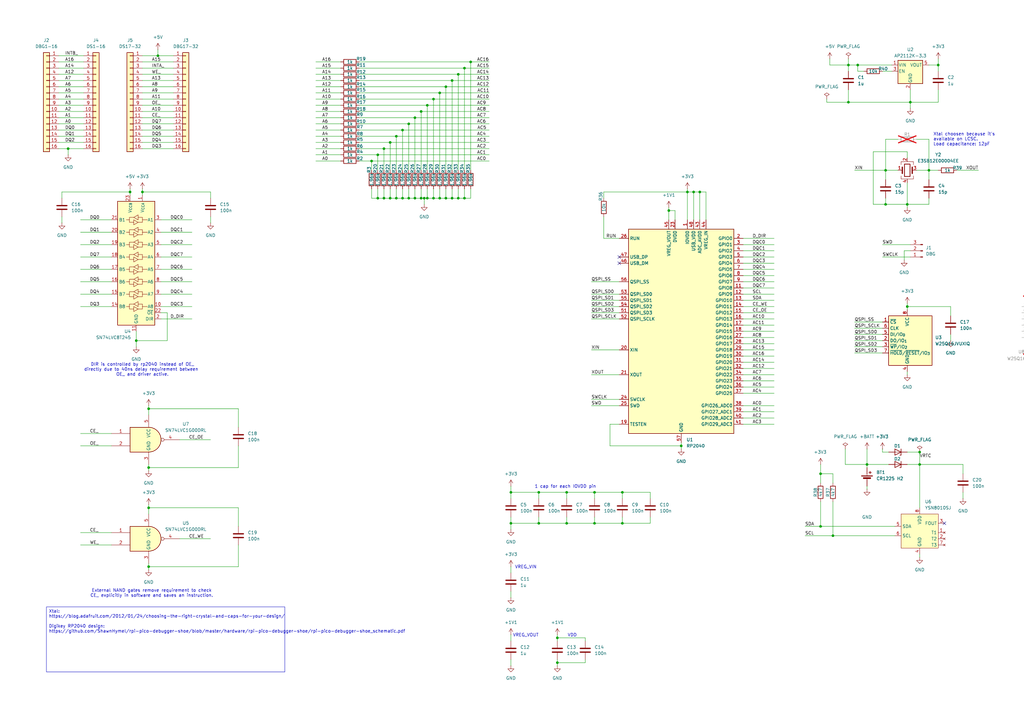
<source format=kicad_sch>
(kicad_sch (version 20250114) (generator "eeschema") (generator_version "9.0")
  (paper "A3")
  (text "VDD" (at 234.696 260.604 0) (effects (font (size 1.27 1.27))))
  (text "VREG_VOUT" (at 215.646 260.604 0) (effects (font (size 1.27 1.27))))
  (text "DIR is controlled by rp2040 instead of OE_\ndirectly due to 40ns delay requirement between \nOE_ and driver active." (at 58.42 151.638 0) (effects (font (size 1.27 1.27))))
  (text "Xtal choosen because it's \navailable on LCSC.\nLoad capacitance: 12pF" (at 382.778 57.15 0) (effects (font (size 1.27 1.27)) (justify left)))
  (text "External NAND gates remove requirement to check\nCE_ explicitly in software and saves an instruction." (at 62.23 243.332 0) (effects (font (size 1.27 1.27))))
  (text "1 cap for each IOVDD pin" (at 231.902 199.644 0) (effects (font (size 1.27 1.27))))
  (text "VREG_VIN" (at 215.646 232.664 0) (effects (font (size 1.27 1.27))))
  (text_box "Xtal:\nhttps://blog.adafruit.com/2012/01/24/choosing-the-right-crystal-and-caps-for-your-design/\n\nDigikey RP2040 design:\nhttps://github.com/ShawnHymel/rpi-pico-debugger-shoe/blob/master/hardware/rpi-pico-debugger-shoe/rpi-pico-debugger-shoe_schematic.pdf" (at 19.05 248.92 0) (size 97.79 26.67) (margins 0.9525 0.9525 0.9525 0.9525) (effects (font (size 1.27 1.27)) (justify left top)))
  (junction (at 243.84 214.63))
  (junction (at 187.96 81.28))
  (junction (at 60.96 208.28))
  (junction (at 355.6 190.5))
  (junction (at 60.96 191.77))
  (junction (at 255.27 214.63))
  (junction (at 53.34 78.74))
  (junction (at 187.96 30.48))
  (junction (at 64.77 22.86))
  (junction (at 279.4 182.88))
  (junction (at 172.72 45.72))
  (junction (at 172.72 81.28))
  (junction (at 55.88 139.7))
  (junction (at 341.63 219.71))
  (junction (at 157.48 81.28))
  (junction (at 255.27 201.93))
  (junction (at 177.8 81.28))
  (junction (at 185.42 33.02))
  (junction (at 154.94 81.28))
  (junction (at 175.26 81.28))
  (junction (at 190.5 81.28))
  (junction (at 377.19 185.42))
  (junction (at 281.94 78.74))
  (junction (at 60.96 167.64))
  (junction (at 185.42 81.28))
  (junction (at 381 69.85))
  (junction (at 182.88 35.56))
  (junction (at 170.18 48.26))
  (junction (at 175.26 43.18))
  (junction (at 284.48 78.74))
  (junction (at 157.48 60.96))
  (junction (at 170.18 81.28))
  (junction (at 162.56 81.28))
  (junction (at 372.11 83.82))
  (junction (at 162.56 55.88))
  (junction (at 167.64 50.8))
  (junction (at 384.81 26.67))
  (junction (at 351.79 26.67))
  (junction (at 58.42 78.74))
  (junction (at 243.84 201.93))
  (junction (at 347.98 26.67))
  (junction (at 220.98 214.63))
  (junction (at 152.4 66.04))
  (junction (at 60.96 232.41))
  (junction (at 274.32 86.36))
  (junction (at 165.1 53.34))
  (junction (at 193.04 25.4))
  (junction (at 377.19 190.5))
  (junction (at 177.8 40.64))
  (junction (at 336.55 194.31))
  (junction (at 165.1 81.28))
  (junction (at 287.02 78.74))
  (junction (at 363.22 83.82))
  (junction (at 228.6 261.62))
  (junction (at 373.38 41.91))
  (junction (at 180.34 38.1))
  (junction (at 209.55 214.63))
  (junction (at 347.98 41.91))
  (junction (at 372.11 125.73))
  (junction (at 232.41 214.63))
  (junction (at 180.34 81.28))
  (junction (at 228.6 271.78))
  (junction (at 209.55 201.93))
  (junction (at 363.22 69.85))
  (junction (at 182.88 81.28))
  (junction (at 232.41 201.93))
  (junction (at 336.55 215.9))
  (junction (at 173.99 81.28))
  (junction (at 190.5 27.94))
  (junction (at 154.94 63.5))
  (junction (at 220.98 201.93))
  (junction (at 167.64 81.28))
  (junction (at 160.02 58.42))
  (junction (at 160.02 81.28))
  (junction (at 27.94 60.96))
  (no_connect (at 254 105.41))
  (no_connect (at 387.35 214.63))
  (no_connect (at 254 107.95))
  (wire (pts (xy 242.57 123.19) (xy 254 123.19)))
  (wire (pts (xy 152.4 77.47) (xy 152.4 81.28)))
  (wire (pts (xy 242.57 128.27) (xy 254 128.27)))
  (wire (pts (xy 355.6 190.5) (xy 364.49 190.5)))
  (wire (pts (xy 193.04 81.28) (xy 193.04 77.47)))
  (wire (pts (xy 157.48 81.28) (xy 160.02 81.28)))
  (wire (pts (xy 160.02 69.85) (xy 160.02 58.42)))
  (wire (pts (xy 373.38 41.91) (xy 347.98 41.91)))
  (wire (pts (xy 182.88 35.56) (xy 200.66 35.56)))
  (wire (pts (xy 187.96 81.28) (xy 190.5 81.28)))
  (wire (pts (xy 175.26 43.18) (xy 200.66 43.18)))
  (wire (pts (xy 242.57 120.65) (xy 254 120.65)))
  (wire (pts (xy 193.04 69.85) (xy 193.04 25.4)))
  (wire (pts (xy 242.57 115.57) (xy 254 115.57)))
  (wire (pts (xy 304.8 173.99) (xy 317.5 173.99)))
  (wire (pts (xy 147.32 38.1) (xy 180.34 38.1)))
  (wire (pts (xy 361.95 184.15) (xy 361.95 185.42)))
  (wire (pts (xy 209.55 201.93) (xy 209.55 204.47)))
  (wire (pts (xy 363.22 69.85) (xy 363.22 57.15)))
  (wire (pts (xy 392.43 69.85) (xy 401.32 69.85)))
  (wire (pts (xy 381 83.82) (xy 381 81.28)))
  (wire (pts (xy 60.96 207.01) (xy 60.96 208.28)))
  (wire (pts (xy 147.32 35.56) (xy 182.88 35.56)))
  (wire (pts (xy 377.19 185.42) (xy 377.19 190.5)))
  (wire (pts (xy 304.8 156.21) (xy 317.5 156.21)))
  (wire (pts (xy 240.03 261.62) (xy 228.6 261.62)))
  (wire (pts (xy 389.89 129.54) (xy 389.89 125.73)))
  (wire (pts (xy 129.54 35.56) (xy 139.7 35.56)))
  (wire (pts (xy 66.04 115.57) (xy 78.74 115.57)))
  (wire (pts (xy 24.13 40.64) (xy 34.29 40.64)))
  (wire (pts (xy 60.96 232.41) (xy 97.79 232.41)))
  (wire (pts (xy 355.6 184.15) (xy 355.6 190.5)))
  (wire (pts (xy 304.8 151.13) (xy 317.5 151.13)))
  (wire (pts (xy 33.02 90.17) (xy 45.72 90.17)))
  (wire (pts (xy 58.42 50.8) (xy 71.12 50.8)))
  (wire (pts (xy 304.8 140.97) (xy 317.5 140.97)))
  (wire (pts (xy 24.13 30.48) (xy 34.29 30.48)))
  (wire (pts (xy 304.8 128.27) (xy 317.5 128.27)))
  (wire (pts (xy 152.4 66.04) (xy 152.4 69.85)))
  (wire (pts (xy 173.99 81.28) (xy 173.99 83.82)))
  (wire (pts (xy 304.8 97.79) (xy 317.5 97.79)))
  (wire (pts (xy 304.8 123.19) (xy 317.5 123.19)))
  (wire (pts (xy 180.34 81.28) (xy 182.88 81.28)))
  (wire (pts (xy 242.57 130.81) (xy 254 130.81)))
  (wire (pts (xy 33.02 100.33) (xy 45.72 100.33)))
  (wire (pts (xy 346.71 184.15) (xy 346.71 190.5)))
  (wire (pts (xy 58.42 35.56) (xy 71.12 35.56)))
  (wire (pts (xy 372.11 125.73) (xy 372.11 127)))
  (wire (pts (xy 363.22 81.28) (xy 363.22 83.82)))
  (wire (pts (xy 180.34 38.1) (xy 200.66 38.1)))
  (wire (pts (xy 129.54 30.48) (xy 139.7 30.48)))
  (wire (pts (xy 170.18 77.47) (xy 170.18 81.28)))
  (wire (pts (xy 363.22 83.82) (xy 372.11 83.82)))
  (wire (pts (xy 350.52 139.7) (xy 361.95 139.7)))
  (wire (pts (xy 363.22 73.66) (xy 363.22 69.85)))
  (wire (pts (xy 228.6 270.51) (xy 228.6 271.78)))
  (wire (pts (xy 66.04 125.73) (xy 78.74 125.73)))
  (wire (pts (xy 129.54 25.4) (xy 139.7 25.4)))
  (wire (pts (xy 220.98 212.09) (xy 220.98 214.63)))
  (wire (pts (xy 66.04 130.81) (xy 78.74 130.81)))
  (wire (pts (xy 182.88 35.56) (xy 182.88 69.85)))
  (wire (pts (xy 274.32 86.36) (xy 274.32 90.17)))
  (wire (pts (xy 182.88 77.47) (xy 182.88 81.28)))
  (wire (pts (xy 25.4 88.9) (xy 25.4 91.44)))
  (wire (pts (xy 33.02 110.49) (xy 45.72 110.49)))
  (wire (pts (xy 147.32 43.18) (xy 175.26 43.18)))
  (wire (pts (xy 350.52 69.85) (xy 363.22 69.85)))
  (wire (pts (xy 24.13 27.94) (xy 34.29 27.94)))
  (wire (pts (xy 193.04 25.4) (xy 200.66 25.4)))
  (wire (pts (xy 147.32 60.96) (xy 157.48 60.96)))
  (wire (pts (xy 304.8 113.03) (xy 317.5 113.03)))
  (wire (pts (xy 60.96 167.64) (xy 97.79 167.64)))
  (wire (pts (xy 341.63 205.74) (xy 341.63 219.71)))
  (wire (pts (xy 341.63 194.31) (xy 336.55 194.31)))
  (wire (pts (xy 147.32 40.64) (xy 177.8 40.64)))
  (wire (pts (xy 361.95 29.21) (xy 365.76 29.21)))
  (wire (pts (xy 157.48 60.96) (xy 157.48 69.85)))
  (wire (pts (xy 172.72 77.47) (xy 172.72 81.28)))
  (wire (pts (xy 341.63 219.71) (xy 367.03 219.71)))
  (wire (pts (xy 175.26 81.28) (xy 177.8 81.28)))
  (wire (pts (xy 377.19 228.6) (xy 377.19 227.33)))
  (wire (pts (xy 147.32 25.4) (xy 193.04 25.4)))
  (wire (pts (xy 384.81 26.67) (xy 384.81 29.21)))
  (wire (pts (xy 361.95 185.42) (xy 364.49 185.42)))
  (wire (pts (xy 55.88 139.7) (xy 55.88 142.24)))
  (wire (pts (xy 373.38 36.83) (xy 373.38 41.91)))
  (wire (pts (xy 372.11 190.5) (xy 377.19 190.5)))
  (wire (pts (xy 97.79 167.64) (xy 97.79 175.26)))
  (wire (pts (xy 58.42 45.72) (xy 71.12 45.72)))
  (wire (pts (xy 58.42 58.42) (xy 71.12 58.42)))
  (wire (pts (xy 350.52 134.62) (xy 361.95 134.62)))
  (wire (pts (xy 304.8 118.11) (xy 317.5 118.11)))
  (wire (pts (xy 394.97 194.31) (xy 394.97 190.5)))
  (wire (pts (xy 177.8 69.85) (xy 177.8 40.64)))
  (wire (pts (xy 175.26 43.18) (xy 175.26 69.85)))
  (wire (pts (xy 304.8 166.37) (xy 317.5 166.37)))
  (wire (pts (xy 60.96 167.64) (xy 60.96 170.18)))
  (wire (pts (xy 25.4 81.28) (xy 25.4 78.74)))
  (wire (pts (xy 60.96 166.37) (xy 60.96 167.64)))
  (wire (pts (xy 266.7 204.47) (xy 266.7 201.93)))
  (wire (pts (xy 60.96 231.14) (xy 60.96 232.41)))
  (wire (pts (xy 351.79 26.67) (xy 347.98 26.67)))
  (wire (pts (xy 220.98 214.63) (xy 232.41 214.63)))
  (wire (pts (xy 147.32 45.72) (xy 172.72 45.72)))
  (wire (pts (xy 167.64 50.8) (xy 200.66 50.8)))
  (wire (pts (xy 350.52 132.08) (xy 361.95 132.08)))
  (wire (pts (xy 180.34 69.85) (xy 180.34 38.1)))
  (wire (pts (xy 372.11 74.93) (xy 372.11 83.82)))
  (wire (pts (xy 242.57 143.51) (xy 254 143.51)))
  (wire (pts (xy 24.13 25.4) (xy 34.29 25.4)))
  (wire (pts (xy 129.54 43.18) (xy 139.7 43.18)))
  (wire (pts (xy 242.57 125.73) (xy 254 125.73)))
  (wire (pts (xy 147.32 50.8) (xy 167.64 50.8)))
  (wire (pts (xy 129.54 60.96) (xy 139.7 60.96)))
  (wire (pts (xy 24.13 43.18) (xy 34.29 43.18)))
  (wire (pts (xy 209.55 232.41) (xy 209.55 234.95)))
  (wire (pts (xy 287.02 78.74) (xy 284.48 78.74)))
  (wire (pts (xy 304.8 102.87) (xy 317.5 102.87)))
  (wire (pts (xy 58.42 33.02) (xy 71.12 33.02)))
  (wire (pts (xy 276.86 90.17) (xy 276.86 86.36)))
  (wire (pts (xy 97.79 208.28) (xy 97.79 215.9)))
  (wire (pts (xy 377.19 190.5) (xy 377.19 208.28)))
  (wire (pts (xy 58.42 30.48) (xy 71.12 30.48)))
  (wire (pts (xy 172.72 45.72) (xy 172.72 69.85)))
  (wire (pts (xy 304.8 138.43) (xy 317.5 138.43)))
  (wire (pts (xy 58.42 43.18) (xy 71.12 43.18)))
  (wire (pts (xy 167.64 77.47) (xy 167.64 81.28)))
  (wire (pts (xy 228.6 271.78) (xy 240.03 271.78)))
  (wire (pts (xy 304.8 105.41) (xy 317.5 105.41)))
  (wire (pts (xy 304.8 133.35) (xy 317.5 133.35)))
  (wire (pts (xy 347.98 26.67) (xy 347.98 29.21)))
  (wire (pts (xy 372.11 83.82) (xy 381 83.82)))
  (wire (pts (xy 255.27 201.93) (xy 243.84 201.93)))
  (wire (pts (xy 336.55 205.74) (xy 336.55 215.9)))
  (wire (pts (xy 147.32 33.02) (xy 185.42 33.02)))
  (wire (pts (xy 33.02 182.88) (xy 45.72 182.88)))
  (wire (pts (xy 304.8 148.59) (xy 317.5 148.59)))
  (wire (pts (xy 24.13 45.72) (xy 34.29 45.72)))
  (wire (pts (xy 66.04 90.17) (xy 78.74 90.17)))
  (wire (pts (xy 242.57 166.37) (xy 254 166.37)))
  (wire (pts (xy 185.42 33.02) (xy 200.66 33.02)))
  (wire (pts (xy 129.54 55.88) (xy 139.7 55.88)))
  (wire (pts (xy 340.36 24.13) (xy 340.36 26.67)))
  (wire (pts (xy 350.52 144.78) (xy 361.95 144.78)))
  (wire (pts (xy 58.42 60.96) (xy 71.12 60.96)))
  (wire (pts (xy 279.4 182.88) (xy 250.19 182.88)))
  (wire (pts (xy 129.54 40.64) (xy 139.7 40.64)))
  (wire (pts (xy 58.42 27.94) (xy 71.12 27.94)))
  (wire (pts (xy 304.8 135.89) (xy 317.5 135.89)))
  (wire (pts (xy 129.54 53.34) (xy 139.7 53.34)))
  (wire (pts (xy 53.34 77.47) (xy 53.34 78.74)))
  (wire (pts (xy 361.95 100.33) (xy 373.38 100.33)))
  (wire (pts (xy 68.58 139.7) (xy 68.58 128.27)))
  (wire (pts (xy 347.98 24.13) (xy 347.98 26.67)))
  (wire (pts (xy 232.41 212.09) (xy 232.41 214.63)))
  (wire (pts (xy 147.32 53.34) (xy 165.1 53.34)))
  (wire (pts (xy 162.56 55.88) (xy 200.66 55.88)))
  (wire (pts (xy 170.18 69.85) (xy 170.18 48.26)))
  (wire (pts (xy 381 69.85) (xy 384.81 69.85)))
  (wire (pts (xy 185.42 69.85) (xy 185.42 33.02)))
  (wire (pts (xy 266.7 201.93) (xy 255.27 201.93)))
  (wire (pts (xy 373.38 41.91) (xy 384.81 41.91)))
  (wire (pts (xy 247.65 81.28) (xy 247.65 78.74)))
  (wire (pts (xy 384.81 24.13) (xy 384.81 26.67)))
  (wire (pts (xy 304.8 168.91) (xy 317.5 168.91)))
  (wire (pts (xy 66.04 100.33) (xy 78.74 100.33)))
  (wire (pts (xy 58.42 22.86) (xy 64.77 22.86)))
  (wire (pts (xy 351.79 26.67) (xy 351.79 29.21)))
  (wire (pts (xy 255.27 212.09) (xy 255.27 214.63)))
  (wire (pts (xy 372.11 83.82) (xy 372.11 85.09)))
  (wire (pts (xy 60.96 191.77) (xy 60.96 193.04)))
  (wire (pts (xy 365.76 26.67) (xy 351.79 26.67)))
  (wire (pts (xy 220.98 201.93) (xy 209.55 201.93)))
  (wire (pts (xy 24.13 53.34) (xy 34.29 53.34)))
  (wire (pts (xy 350.52 137.16) (xy 361.95 137.16)))
  (wire (pts (xy 60.96 190.5) (xy 60.96 191.77)))
  (wire (pts (xy 209.55 270.51) (xy 209.55 273.05)))
  (wire (pts (xy 209.55 217.17) (xy 209.55 214.63)))
  (wire (pts (xy 129.54 66.04) (xy 139.7 66.04)))
  (wire (pts (xy 243.84 212.09) (xy 243.84 214.63)))
  (wire (pts (xy 33.02 115.57) (xy 45.72 115.57)))
  (wire (pts (xy 381 26.67) (xy 384.81 26.67)))
  (wire (pts (xy 187.96 77.47) (xy 187.96 81.28)))
  (wire (pts (xy 66.04 120.65) (xy 78.74 120.65)))
  (wire (pts (xy 58.42 38.1) (xy 71.12 38.1)))
  (wire (pts (xy 68.58 128.27) (xy 66.04 128.27)))
  (wire (pts (xy 147.32 27.94) (xy 190.5 27.94)))
  (wire (pts (xy 24.13 48.26) (xy 34.29 48.26)))
  (wire (pts (xy 279.4 182.88) (xy 279.4 184.15)))
  (wire (pts (xy 190.5 27.94) (xy 190.5 69.85)))
  (wire (pts (xy 289.56 90.17) (xy 289.56 78.74)))
  (wire (pts (xy 33.02 95.25) (xy 45.72 95.25)))
  (wire (pts (xy 58.42 78.74) (xy 58.42 80.01)))
  (wire (pts (xy 190.5 27.94) (xy 200.66 27.94)))
  (wire (pts (xy 347.98 41.91) (xy 339.09 41.91)))
  (wire (pts (xy 370.84 102.87) (xy 373.38 102.87)))
  (wire (pts (xy 340.36 26.67) (xy 347.98 26.67)))
  (wire (pts (xy 304.8 115.57) (xy 317.5 115.57)))
  (wire (pts (xy 355.6 190.5) (xy 355.6 191.77)))
  (wire (pts (xy 240.03 262.89) (xy 240.03 261.62)))
  (wire (pts (xy 177.8 81.28) (xy 180.34 81.28)))
  (wire (pts (xy 304.8 120.65) (xy 317.5 120.65)))
  (wire (pts (xy 97.79 191.77) (xy 97.79 182.88)))
  (wire (pts (xy 60.96 232.41) (xy 60.96 233.68)))
  (wire (pts (xy 58.42 53.34) (xy 71.12 53.34)))
  (wire (pts (xy 373.38 41.91) (xy 373.38 44.45)))
  (wire (pts (xy 175.26 77.47) (xy 175.26 81.28)))
  (wire (pts (xy 336.55 215.9) (xy 367.03 215.9)))
  (wire (pts (xy 304.8 143.51) (xy 317.5 143.51)))
  (wire (pts (xy 232.41 201.93) (xy 232.41 204.47)))
  (wire (pts (xy 60.96 208.28) (xy 60.96 210.82)))
  (wire (pts (xy 58.42 25.4) (xy 71.12 25.4)))
  (wire (pts (xy 228.6 271.78) (xy 228.6 273.05)))
  (wire (pts (xy 170.18 48.26) (xy 200.66 48.26)))
  (wire (pts (xy 339.09 41.91) (xy 339.09 40.64)))
  (wire (pts (xy 247.65 78.74) (xy 281.94 78.74)))
  (wire (pts (xy 228.6 261.62) (xy 228.6 262.89)))
  (wire (pts (xy 129.54 63.5) (xy 139.7 63.5)))
  (wire (pts (xy 281.94 78.74) (xy 281.94 90.17)))
  (wire (pts (xy 209.55 199.39) (xy 209.55 201.93)))
  (wire (pts (xy 33.02 120.65) (xy 45.72 120.65)))
  (wire (pts (xy 209.55 212.09) (xy 209.55 214.63)))
  (wire (pts (xy 347.98 41.91) (xy 347.98 36.83)))
  (wire (pts (xy 162.56 77.47) (xy 162.56 81.28)))
  (wire (pts (xy 304.8 171.45) (xy 317.5 171.45)))
  (wire (pts (xy 209.55 260.35) (xy 209.55 262.89)))
  (wire (pts (xy 346.71 190.5) (xy 355.6 190.5)))
  (wire (pts (xy 389.89 137.16) (xy 389.89 139.7)))
  (wire (pts (xy 341.63 198.12) (xy 341.63 194.31)))
  (wire (pts (xy 330.2 219.71) (xy 341.63 219.71)))
  (wire (pts (xy 58.42 40.64) (xy 71.12 40.64)))
  (wire (pts (xy 129.54 50.8) (xy 139.7 50.8)))
  (wire (pts (xy 165.1 53.34) (xy 165.1 69.85)))
  (wire (pts (xy 58.42 77.47) (xy 58.42 78.74)))
  (wire (pts (xy 147.32 63.5) (xy 154.94 63.5)))
  (wire (pts (xy 190.5 81.28) (xy 193.04 81.28)))
  (wire (pts (xy 58.42 55.88) (xy 71.12 55.88)))
  (wire (pts (xy 177.8 40.64) (xy 200.66 40.64)))
  (wire (pts (xy 97.79 232.41) (xy 97.79 223.52)))
  (wire (pts (xy 304.8 107.95) (xy 317.5 107.95)))
  (wire (pts (xy 27.94 60.96) (xy 27.94 63.5)))
  (wire (pts (xy 33.02 223.52) (xy 45.72 223.52)))
  (wire (pts (xy 154.94 63.5) (xy 200.66 63.5)))
  (wire (pts (xy 154.94 63.5) (xy 154.94 69.85)))
  (wire (pts (xy 33.02 105.41) (xy 45.72 105.41)))
  (wire (pts (xy 129.54 45.72) (xy 139.7 45.72)))
  (wire (pts (xy 147.32 66.04) (xy 152.4 66.04)))
  (wire (pts (xy 24.13 33.02) (xy 34.29 33.02)))
  (wire (pts (xy 129.54 38.1) (xy 139.7 38.1)))
  (wire (pts (xy 240.03 271.78) (xy 240.03 270.51)))
  (wire (pts (xy 350.52 142.24) (xy 361.95 142.24)))
  (wire (pts (xy 372.11 153.67) (xy 372.11 152.4)))
  (wire (pts (xy 247.65 97.79) (xy 247.65 88.9)))
  (wire (pts (xy 358.14 83.82) (xy 363.22 83.82)))
  (wire (pts (xy 33.02 177.8) (xy 45.72 177.8)))
  (wire (pts (xy 185.42 81.28) (xy 187.96 81.28)))
  (wire (pts (xy 254 97.79) (xy 247.65 97.79)))
  (wire (pts (xy 64.77 22.86) (xy 71.12 22.86)))
  (wire (pts (xy 372.11 64.77) (xy 372.11 62.23)))
  (wire (pts (xy 336.55 190.5) (xy 336.55 194.31)))
  (wire (pts (xy 304.8 158.75) (xy 317.5 158.75)))
  (wire (pts (xy 187.96 69.85) (xy 187.96 30.48)))
  (wire (pts (xy 170.18 81.28) (xy 172.72 81.28)))
  (wire (pts (xy 167.64 50.8) (xy 167.64 69.85)))
  (wire (pts (xy 304.8 130.81) (xy 317.5 130.81)))
  (wire (pts (xy 287.02 90.17) (xy 287.02 78.74)))
  (wire (pts (xy 177.8 77.47) (xy 177.8 81.28)))
  (wire (pts (xy 24.13 35.56) (xy 34.29 35.56)))
  (wire (pts (xy 157.48 77.47) (xy 157.48 81.28)))
  (wire (pts (xy 363.22 69.85) (xy 368.3 69.85)))
  (wire (pts (xy 358.14 62.23) (xy 358.14 83.82)))
  (wire (pts (xy 266.7 214.63) (xy 266.7 212.09)))
  (wire (pts (xy 375.92 57.15) (xy 381 57.15)))
  (wire (pts (xy 370.84 106.68) (xy 370.84 102.87)))
  (wire (pts (xy 73.66 180.34) (xy 86.36 180.34)))
  (wire (pts (xy 160.02 58.42) (xy 200.66 58.42)))
  (wire (pts (xy 304.8 125.73) (xy 317.5 125.73)))
  (wire (pts (xy 129.54 33.02) (xy 139.7 33.02)))
  (wire (pts (xy 154.94 77.47) (xy 154.94 81.28)))
  (wire (pts (xy 330.2 215.9) (xy 336.55 215.9)))
  (wire (pts (xy 355.6 199.39) (xy 355.6 200.66)))
  (wire (pts (xy 190.5 77.47) (xy 190.5 81.28)))
  (wire (pts (xy 182.88 81.28) (xy 185.42 81.28)))
  (wire (pts (xy 209.55 214.63) (xy 220.98 214.63)))
  (wire (pts (xy 372.11 62.23) (xy 358.14 62.23)))
  (wire (pts (xy 147.32 48.26) (xy 170.18 48.26)))
  (wire (pts (xy 55.88 135.89) (xy 55.88 139.7)))
  (wire (pts (xy 162.56 81.28) (xy 165.1 81.28)))
  (wire (pts (xy 279.4 181.61) (xy 279.4 182.88)))
  (wire (pts (xy 185.42 77.47) (xy 185.42 81.28)))
  (wire (pts (xy 86.36 88.9) (xy 86.36 91.44)))
  (wire (pts (xy 232.41 201.93) (xy 220.98 201.93)))
  (wire (pts (xy 86.36 78.74) (xy 86.36 81.28)))
  (wire (pts (xy 173.99 81.28) (xy 175.26 81.28)))
  (wire (pts (xy 24.13 50.8) (xy 34.29 50.8)))
  (wire (pts (xy 152.4 81.28) (xy 154.94 81.28)))
  (wire (pts (xy 34.29 60.96) (xy 27.94 60.96)))
  (wire (pts (xy 162.56 55.88) (xy 162.56 69.85)))
  (wire (pts (xy 394.97 190.5) (xy 377.19 190.5)))
  (wire (pts (xy 154.94 81.28) (xy 157.48 81.28)))
  (wire (pts (xy 361.95 105.41) (xy 373.38 105.41)))
  (wire (pts (xy 250.19 182.88) (xy 250.19 173.99)))
  (wire (pts (xy 147.32 55.88) (xy 162.56 55.88)))
  (wire (pts (xy 24.13 58.42) (xy 34.29 58.42)))
  (wire (pts (xy 147.32 30.48) (xy 187.96 30.48)))
  (wire (pts (xy 24.13 60.96) (xy 27.94 60.96)))
  (wire (pts (xy 60.96 191.77) (xy 97.79 191.77)))
  (wire (pts (xy 372.11 185.42) (xy 377.19 185.42)))
  (wire (pts (xy 165.1 53.34) (xy 200.66 53.34)))
  (wire (pts (xy 129.54 58.42) (xy 139.7 58.42)))
  (wire (pts (xy 66.04 110.49) (xy 78.74 110.49)))
  (wire (pts (xy 24.13 38.1) (xy 34.29 38.1)))
  (wire (pts (xy 172.72 45.72) (xy 200.66 45.72)))
  (wire (pts (xy 24.13 55.88) (xy 34.29 55.88)))
  (wire (pts (xy 129.54 27.94) (xy 139.7 27.94)))
  (wire (pts (xy 389.89 125.73) (xy 372.11 125.73)))
  (wire (pts (xy 187.96 30.48) (xy 200.66 30.48)))
  (wire (pts (xy 160.02 81.28) (xy 162.56 81.28)))
  (wire (pts (xy 381 69.85) (xy 381 73.66)))
  (wire (pts (xy 129.54 48.26) (xy 139.7 48.26)))
  (wire (pts (xy 232.41 214.63) (xy 243.84 214.63)))
  (wire (pts (xy 354.33 29.21) (xy 351.79 29.21)))
  (wire (pts (xy 165.1 81.28) (xy 167.64 81.28)))
  (wire (pts (xy 160.02 77.47) (xy 160.02 81.28)))
  (wire (pts (xy 55.88 139.7) (xy 68.58 139.7)))
  (wire (pts (xy 242.57 153.67) (xy 254 153.67)))
  (wire (pts (xy 243.84 201.93) (xy 232.41 201.93)))
  (wire (pts (xy 33.02 218.44) (xy 45.72 218.44)))
  (wire (pts (xy 304.8 110.49) (xy 317.5 110.49)))
  (wire (pts (xy 66.04 105.41) (xy 78.74 105.41)))
  (wire (pts (xy 284.48 78.74) (xy 281.94 78.74)))
  (wire (pts (xy 25.4 78.74) (xy 53.34 78.74)))
  (wire (pts (xy 384.81 41.91) (xy 384.81 36.83)))
  (wire (pts (xy 255.27 214.63) (xy 266.7 214.63)))
  (wire (pts (xy 73.66 220.98) (xy 86.36 220.98)))
  (wire (pts (xy 243.84 214.63) (xy 255.27 214.63)))
  (wire (pts (xy 381 57.15) (xy 381 69.85)))
  (wire (pts (xy 276.86 86.36) (xy 274.32 86.36)))
  (wire (pts (xy 165.1 77.47) (xy 165.1 81.28)))
  (wire (pts (xy 220.98 201.93) (xy 220.98 204.47)))
  (wire (pts (xy 58.42 48.26) (xy 71.12 48.26)))
  (wire (pts (xy 304.8 146.05) (xy 317.5 146.05)))
  (wire (pts (xy 284.48 78.74) (xy 284.48 90.17)))
  (wire (pts (xy 274.32 85.09) (xy 274.32 86.36)))
  (wire (pts (xy 172.72 81.28) (xy 173.99 81.28)))
  (wire (pts (xy 180.34 77.47) (xy 180.34 81.28)))
  (wire (pts (xy 304.8 153.67) (xy 317.5 153.67)))
  (wire (pts (xy 66.04 95.25) (xy 78.74 95.25)))
  (wire (pts (xy 304.8 161.29) (xy 317.5 161.29)))
  (wire (pts (xy 24.13 22.86) (xy 34.29 22.86)))
  (wire (pts (xy 375.92 69.85) (xy 381 69.85)))
  (wire (pts (xy 255.27 201.93) (xy 255.27 204.47)))
  (wire (pts (xy 289.56 78.74) (xy 287.02 78.74)))
  (wire (pts (xy 336.55 194.31) (xy 336.55 198.12)))
  (wire (pts (xy 58.42 78.74) (xy 86.36 78.74)))
  (wire (pts (xy 394.97 201.93) (xy 394.97 204.47)))
  (wire (pts (xy 242.57 163.83) (xy 254 163.83)))
  (wire (pts (xy 152.4 66.04) (xy 200.66 66.04)))
  (wire (pts (xy 53.34 78.74) (xy 53.34 80.01)))
  (wire (pts (xy 372.11 124.46) (xy 372.11 125.73)))
  (wire (pts (xy 33.02 125.73) (xy 45.72 125.73)))
  (wire (pts (xy 243.84 201.93) (xy 243.84 204.47)))
  (wire (pts (xy 64.77 20.32) (xy 64.77 22.86)))
  (wire (pts (xy 147.32 58.42) (xy 160.02 58.42)))
  (wire (pts (xy 60.96 208.28) (xy 97.79 208.28)))
  (wire (pts (xy 157.48 60.96) (xy 200.66 60.96)))
  (wire (pts (xy 209.55 242.57) (xy 209.55 245.11)))
  (wire (pts (xy 281.94 77.47) (xy 281.94 78.74)))
  (wire (pts (xy 363.22 57.15) (xy 368.3 57.15)))
  (wire (pts (xy 304.8 100.33) (xy 317.5 100.33)))
  (wire (pts (xy 250.19 173.99) (xy 254 173.99)))
  (wire (pts (xy 167.64 81.28) (xy 170.18 81.28)))
  (wire (pts (xy 228.6 260.35) (xy 228.6 261.62)))
  (label "DQ6" (at 62.23 53.34 0))
  (label "A10" (at 62.23 45.72 0))
  (label "A11" (at 132.08 38.1 0))
  (label "DQ5" (at 36.83 115.57 0))
  (label "XIN" (at 350.52 69.85 0))
  (label "QSPI_SD3" (at 242.57 128.27 0))
  (label "XIN" (at 242.57 143.51 0))
  (label "AC15" (at 308.61 143.51 0))
  (label "A13" (at 132.08 33.02 0))
  (label "A0" (at 26.67 50.8 0))
  (label "CE_" (at 36.83 177.8 0))
  (label "A3" (at 26.67 43.18 0))
  (label "SWCLK" (at 242.57 163.83 0))
  (label "DQ7" (at 62.23 50.8 0))
  (label "A1" (at 132.08 63.5 0))
  (label "A14" (at 26.67 27.94 0))
  (label "A8" (at 132.08 45.72 0))
  (label "D_DIR" (at 69.85 130.81 0))
  (label "SWD" (at 361.95 100.33 0))
  (label "DQC5" (at 69.85 115.57 0))
  (label "DQC3" (at 69.85 125.73 0))
  (label "A6" (at 132.08 50.8 0))
  (label "A15" (at 62.23 25.4 0))
  (label "DQC4" (at 69.85 120.65 0))
  (label "SWD" (at 242.57 166.37 0))
  (label "CE_" (at 36.83 218.44 0))
  (label "AC12" (at 195.58 35.56 0))
  (label "A12" (at 26.67 30.48 0))
  (label "A8" (at 62.23 35.56 0))
  (label "AC13" (at 308.61 140.97 0))
  (label "AC2" (at 308.61 171.45 0))
  (label "DQC3" (at 308.61 107.95 0))
  (label "QSPI_SS" (at 242.57 115.57 0))
  (label "A13" (at 62.23 33.02 0))
  (label "A2" (at 26.67 45.72 0))
  (label "DQC1" (at 308.61 102.87 0))
  (label "A7" (at 26.67 33.02 0))
  (label "XOUT" (at 396.24 69.85 0))
  (label "A4" (at 132.08 55.88 0))
  (label "A1" (at 26.67 48.26 0))
  (label "XOUT" (at 242.57 153.67 0))
  (label "DQC0" (at 308.61 100.33 0))
  (label "SDA" (at 308.61 123.19 0))
  (label "WE_" (at 62.23 30.48 0))
  (label "AC2" (at 195.58 60.96 0))
  (label "INTB_" (at 26.67 22.86 0))
  (label "AC9" (at 195.58 43.18 0))
  (label "AC8" (at 308.61 138.43 0))
  (label "DQ1" (at 36.83 95.25 0))
  (label "AC16" (at 195.58 25.4 0))
  (label "DQ3" (at 36.83 125.73 0))
  (label "AC3" (at 195.58 58.42 0))
  (label "QSPI_SS" (at 350.52 132.08 0))
  (label "CE_" (at 62.23 48.26 0))
  (label "A5" (at 26.67 38.1 0))
  (label "A10" (at 132.08 40.64 0))
  (label "DQ0" (at 26.67 53.34 0))
  (label "DQC5" (at 308.61 113.03 0))
  (label "AC13" (at 195.58 33.02 0))
  (label "QSPI_SD0" (at 350.52 137.16 0))
  (label "DQC4" (at 308.61 110.49 0))
  (label "A4" (at 26.67 40.64 0))
  (label "A3" (at 132.08 58.42 0))
  (label "AC14" (at 308.61 148.59 0))
  (label "QSPI_SD1" (at 350.52 139.7 0))
  (label "DQC1" (at 69.85 95.25 0))
  (label "DQ7" (at 36.83 105.41 0))
  (label "A2" (at 132.08 60.96 0))
  (label "AC16" (at 308.61 146.05 0))
  (label "A14" (at 132.08 30.48 0))
  (label "QSPI_SD3" (at 350.52 144.78 0))
  (label "DQC2" (at 308.61 105.41 0))
  (label "AC3" (at 308.61 173.99 0))
  (label "AC4" (at 308.61 161.29 0))
  (label "AC7" (at 308.61 153.67 0))
  (label "A0" (at 132.08 66.04 0))
  (label "DQC6" (at 69.85 110.49 0))
  (label "A12" (at 132.08 35.56 0))
  (label "DQC2" (at 69.85 100.33 0))
  (label "DQ1" (at 26.67 55.88 0))
  (label "AC9" (at 308.61 135.89 0))
  (label "QSPI_SD0" (at 242.57 120.65 0))
  (label "DQ0" (at 36.83 90.17 0))
  (label "VRTC" (at 377.19 187.96 0))
  (label "A9" (at 62.23 38.1 0))
  (label "AC11" (at 308.61 133.35 0))
  (label "AC15" (at 195.58 27.94 0))
  (label "AC5" (at 308.61 158.75 0))
  (label "SWCLK" (at 361.95 105.41 0))
  (label "QSPI_SD2" (at 350.52 142.24 0))
  (label "AC0" (at 195.58 66.04 0))
  (label "DQC6" (at 308.61 115.57 0))
  (label "DQC7" (at 308.61 118.11 0))
  (label "AC0" (at 308.61 166.37 0))
  (label "WE_" (at 36.83 223.52 0))
  (label "CE_OE" (at 77.47 180.34 0))
  (label "AC6" (at 195.58 50.8 0))
  (label "QSPI_SD1" (at 242.57 123.19 0))
  (label "SDA" (at 330.2 215.9 0))
  (label "INTA_" (at 62.23 27.94 0))
  (label "A7" (at 132.08 48.26 0))
  (label "DQC7" (at 69.85 105.41 0))
  (label "AC12" (at 308.61 151.13 0))
  (label "DQ5" (at 62.23 55.88 0))
  (label "SCL" (at 330.2 219.71 0))
  (label "SCL" (at 308.61 120.65 0))
  (label "DQ3" (at 62.23 60.96 0))
  (label "AC11" (at 195.7357 38.1 0))
  (label "DQ4" (at 36.83 120.65 0))
  (label "QSPI_SD2" (at 242.57 125.73 0))
  (label "RUN" (at 252.73 97.79 180))
  (label "AC8" (at 195.58 45.72 0))
  (label "AC1" (at 308.61 168.91 0))
  (label "AC7" (at 195.58 48.26 0))
  (label "QSPI_SCLK" (at 350.52 134.62 0))
  (label "OE_" (at 36.83 182.88 0))
  (label "AC10" (at 195.58 40.64 0))
  (label "AC1" (at 195.58 63.5 0))
  (label "A5" (at 132.08 53.34 0))
  (label "A16" (at 132.08 25.4 0))
  (label "A9" (at 132.08 43.18 0))
  (label "AC4" (at 195.58 55.88 0))
  (label "OE_" (at 62.23 43.18 0))
  (label "DQ2" (at 36.83 100.33 0))
  (label "DQ6" (at 36.83 110.49 0))
  (label "AC14" (at 195.58 30.48 0))
  (label "AC10" (at 308.61 130.81 0))
  (label "CE_WE" (at 308.61 125.73 0))
  (label "A15" (at 132.08 27.94 0))
  (label "D_DIR" (at 308.61 97.79 0))
  (label "AC5" (at 195.7357 53.34 0))
  (label "A16" (at 26.67 25.4 0))
  (label "AC6" (at 308.61 156.21 0))
  (label "A11" (at 62.23 40.64 0))
  (label "DQ2" (at 26.67 58.42 0))
  (label "A6" (at 26.67 35.56 0))
  (label "CE_OE" (at 308.61 128.27 0))
  (label "DQC0" (at 69.85 90.17 0))
  (label "CE_WE" (at 77.47 220.98 0))
  (label "QSPI_SCLK" (at 242.57 130.81 0))
  (label "DQ4" (at 62.23 58.42 0))
  (symbol (lib_id "Connector_Generic:Conn_01x16") (at 76.2 40.64 0) (unit 1)
    (property "Reference" "J3" (at 76.2 16.51 0))
    (property "Value" "DBG17-32" (at 76.2 19.05 0))
    (property "Footprint" "Connector_PinHeader_2.54mm:PinHeader_1x16_P2.54mm_Vertical" (effects (hide yes)))
    (property "Description" "Generic connector, single row, 01x16, script generated (kicad-library-utils/schlib/autogen/connector/)" (effects (hide yes)))
  )
  (symbol (lib_id "Device:R") (at 175.26 73.66 180) (unit 1)
    (property "Reference" "R28" (at 174.244 69.088 90))
    (property "Value" "1.96k" (at 175.26 73.66 90))
    (property "Footprint" "Resistor_SMD:R_0402_1005Metric" (effects (hide yes)))
    (property "Description" "Resistor" (effects (hide yes)))
  )
  (symbol (lib_id "Device:R") (at 182.88 73.66 180) (unit 1)
    (property "Reference" "R31" (at 181.864 69.088 90))
    (property "Value" "1.96k" (at 182.88 73.66 90))
    (property "Footprint" "Resistor_SMD:R_0402_1005Metric" (effects (hide yes)))
    (property "Description" "Resistor" (effects (hide yes)))
  )
  (symbol (lib_id "Device:C") (at 389.89 133.35 0) (unit 1)
    (property "Reference" "C17" (at 393.7 132.0799 0) (effects (justify left)))
    (property "Value" "100n" (at 393.7 134.6199 0) (effects (justify left)))
    (property "Footprint" "Capacitor_SMD:C_0603_1608Metric" (effects (hide yes)))
    (property "Description" "Unpolarized capacitor" (effects (hide yes)))
  )
  (symbol (lib_id "MCU_RaspberryPi:RP2040") (at 279.4 135.89 0) (unit 1)
    (property "Reference" "U1" (at 281.5433 180.34 0) (effects (justify left)))
    (property "Value" "RP2040" (at 281.5433 182.88 0) (effects (justify left)))
    (property "Footprint" "Package_DFN_QFN:QFN-56-1EP_7x7mm_P0.4mm_EP3.2x3.2mm" (effects (hide yes)))
    (property "Datasheet" "https://datasheets.raspberrypi.com/rp2040/rp2040-datasheet.pdf" (effects (hide yes)))
    (property "Description" "A microcontroller by Raspberry Pi" (effects (hide yes)))
  )
  (symbol (lib_id "Device:R") (at 336.55 201.93 180) (unit 1)
    (property "Reference" "R38" (at 334.518 201.93 90))
    (property "Value" "4k7" (at 336.55 201.93 90))
    (property "Footprint" "Resistor_SMD:R_0603_1608Metric" (effects (hide yes)))
    (property "Description" "Resistor" (effects (hide yes)))
  )
  (symbol (lib_id "Device:C") (at 381 77.47 0) (unit 1)
    (property "Reference" "C4" (at 384.81 76.1999 0) (effects (justify left)))
    (property "Value" "15p" (at 384.81 78.7399 0) (effects (justify left)))
    (property "Footprint" "Capacitor_SMD:C_0603_1608Metric" (effects (hide yes)))
    (property "Description" "Unpolarized capacitor" (effects (hide yes)))
  )
  (symbol (lib_id "power:PWR_FLAG") (at 346.71 184.15 0) (unit 1)
    (property "Reference" "#FLG01" (effects (hide yes)))
    (property "Value" "PWR_FLAG" (at 346.71 179.07 0))
    (property "Description" "Special symbol for telling ERC where power comes from" (effects (hide yes)))
  )
  (symbol (lib_id "power:+5V") (at 340.36 24.13 0) (unit 1)
    (property "Reference" "#PWR040" (effects (hide yes)))
    (property "Value" "+5V" (at 340.36 19.05 0))
    (property "Description" "Power symbol creates a global label with name \"+5V\"" (effects (hide yes)))
  )
  (symbol (lib_id "Device:C") (at 347.98 33.02 0) (unit 1)
    (property "Reference" "C1" (at 351.79 31.7499 0) (effects (justify left)))
    (property "Value" "1u" (at 351.79 34.2899 0) (effects (justify left)))
    (property "Footprint" "Capacitor_SMD:C_0603_1608Metric" (effects (hide yes)))
    (property "Description" "Unpolarized capacitor" (effects (hide yes)))
  )
  (symbol (lib_id "power:+3V3") (at 60.96 166.37 0) (unit 1)
    (property "Reference" "#PWR013" (effects (hide yes)))
    (property "Value" "+3V3" (at 60.96 161.29 0))
    (property "Description" "Power symbol creates a global label with name \"+3V3\"" (effects (hide yes)))
  )
  (symbol (lib_id "Device:R") (at 152.4 73.66 180) (unit 1)
    (property "Reference" "R3" (at 151.384 69.596 90))
    (property "Value" "1.96k" (at 152.4 73.66 90))
    (property "Footprint" "Resistor_SMD:R_0402_1005Metric" (effects (hide yes)))
    (property "Description" "Resistor" (effects (hide yes)))
  )
  (symbol (lib_id "Device:R") (at 167.64 73.66 180) (unit 1)
    (property "Reference" "R25" (at 166.624 69.088 90))
    (property "Value" "1.96k" (at 167.64 73.66 90))
    (property "Footprint" "Resistor_SMD:R_0402_1005Metric" (effects (hide yes)))
    (property "Description" "Resistor" (effects (hide yes)))
  )
  (symbol (lib_id "power:+3V3") (at 60.96 207.01 0) (unit 1)
    (property "Reference" "#PWR015" (effects (hide yes)))
    (property "Value" "+3V3" (at 60.96 201.93 0))
    (property "Description" "Power symbol creates a global label with name \"+3V3\"" (effects (hide yes)))
  )
  (symbol (lib_id "Device:R") (at 388.62 69.85 90) (unit 1)
    (property "Reference" "R39" (at 392.684 68.834 90))
    (property "Value" "1k" (at 388.62 69.85 90))
    (property "Footprint" "Resistor_SMD:R_0402_1005Metric" (effects (hide yes)))
    (property "Description" "Resistor" (effects (hide yes)))
  )
  (symbol (lib_id "Device:Crystal_GND24") (at 372.11 69.85 0) (unit 1)
    (property "Reference" "Y2" (at 384.81 63.4298 0))
    (property "Value" "E3SB12E00004EE" (at 384.81 65.9698 0))
    (property "Footprint" "Crystal:Crystal_SMD_3225-4Pin_3.2x2.5mm" (effects (hide yes)))
    (property "Datasheet" "https://www.digikey.com/en/products/detail/hosonic-electronic-co-ltd/E3SB12E00004EE/16187668" (effects (hide yes)))
    (property "Description" "Four pin crystal, GND on pins 2 and 4" (effects (hide yes)))
  )
  (symbol (lib_id "Device:C") (at 232.41 208.28 0) (unit 1)
    (property "Reference" "C7" (at 236.22 207.0099 0) (effects (justify left)))
    (property "Value" "100n" (at 236.22 209.5499 0) (effects (justify left)))
    (property "Footprint" "Capacitor_SMD:C_0603_1608Metric" (effects (hide yes)))
    (property "Description" "Unpolarized capacitor" (effects (hide yes)))
  )
  (symbol (lib_id "power:GND") (at 60.96 233.68 0) (unit 1)
    (property "Reference" "#PWR016" (effects (hide yes)))
    (property "Value" "GND" (at 60.96 238.76 0))
    (property "Description" "Power symbol creates a global label with name \"GND\" , ground" (effects (hide yes)))
  )
  (symbol (lib_id "Device:R") (at 157.48 73.66 180) (unit 1)
    (property "Reference" "R21" (at 156.464 69.088 90))
    (property "Value" "1.96k" (at 157.48 73.66 90))
    (property "Footprint" "Resistor_SMD:R_0402_1005Metric" (effects (hide yes)))
    (property "Description" "Resistor" (effects (hide yes)))
  )
  (symbol (lib_id "power:GND") (at 370.84 106.68 0) (unit 1)
    (property "Reference" "#PWR09" (effects (hide yes)))
    (property "Value" "GND" (at 370.84 111.76 0))
    (property "Description" "Power symbol creates a global label with name \"GND\" , ground" (effects (hide yes)))
  )
  (symbol (lib_id "Device:R") (at 143.51 50.8 90) (unit 1)
    (property "Reference" "R10" (at 148.082 49.784 90))
    (property "Value" "1k" (at 143.51 50.8 90))
    (property "Footprint" "Resistor_SMD:R_0402_1005Metric" (effects (hide yes)))
    (property "Description" "Resistor" (effects (hide yes)))
  )
  (symbol (lib_id "Device:R") (at 165.1 73.66 180) (unit 1)
    (property "Reference" "R24" (at 164.084 69.088 90))
    (property "Value" "1.96k" (at 165.1 73.66 90))
    (property "Footprint" "Resistor_SMD:R_0402_1005Metric" (effects (hide yes)))
    (property "Description" "Resistor" (effects (hide yes)))
  )
  (symbol (lib_id "Device:R") (at 190.5 73.66 180) (unit 1)
    (property "Reference" "R34" (at 189.484 69.088 90))
    (property "Value" "1.96k" (at 190.5 73.66 90))
    (property "Footprint" "Resistor_SMD:R_0402_1005Metric" (effects (hide yes)))
    (property "Description" "Resistor" (effects (hide yes)))
  )
  (symbol (lib_id "Kicad_Personal:W25Q16JVUXIQ") (at 372.11 139.7 0) (unit 1)
    (property "Reference" "U3" (at 383.54 138.4299 0) (effects (justify left)))
    (property "Value" "W25Q16JVUXIQ" (at 383.54 140.9699 0) (effects (justify left)))
    (property "Footprint" "Package_SON:Winbond_USON-8-1EP_3x2mm_P0.5mm_EP0.2x1.6mm" (effects (hide yes)))
    (property "Datasheet" "https://www.winbond.com/hq/support/documentation/levelOne.jsp?__locale=en&DocNo=DA00-W25Q16JV.1" (effects (hide yes)))
    (property "Description" "16Mbit / 2MiB Serial Flash Memory, Standard/Dual/Quad SPI, 2.7-3.6V, USON-8 (2x3)" (effects (hide yes)))
  )
  (symbol (lib_id "Connector:Conn_01x03_Pin") (at 378.46 102.87 180) (unit 1)
    (property "Reference" "J1" (at 379.73 101.5999 0) (effects (justify right)))
    (property "Value" "DBG" (at 379.73 104.1399 0) (effects (justify right)))
    (property "Footprint" "Connector_PinHeader_2.54mm:PinHeader_1x03_P2.54mm_Vertical" (effects (hide yes)))
    (property "Description" "Generic connector, single row, 01x03, script generated" (effects (hide yes)))
  )
  (symbol (lib_id "Device:C") (at 25.4 85.09 0) (unit 1)
    (property "Reference" "C16" (at 29.21 83.8199 0) (effects (justify left)))
    (property "Value" "100n" (at 29.21 86.3599 0) (effects (justify left)))
    (property "Footprint" "Capacitor_SMD:C_0603_1608Metric" (effects (hide yes)))
    (property "Description" "Unpolarized capacitor" (effects (hide yes)))
  )
  (symbol (lib_id "power:GND") (at 373.38 44.45 0) (unit 1)
    (property "Reference" "#PWR038" (effects (hide yes)))
    (property "Value" "GND" (at 373.38 49.53 0))
    (property "Description" "Power symbol creates a global label with name \"GND\" , ground" (effects (hide yes)))
  )
  (symbol (lib_id "power:+3V3") (at 58.42 77.47 0) (unit 1)
    (property "Reference" "#PWR018" (effects (hide yes)))
    (property "Value" "+3V3" (at 58.42 72.39 0))
    (property "Description" "Power symbol creates a global label with name \"+3V3\"" (effects (hide yes)))
  )
  (symbol (lib_id "Device:R") (at 143.51 63.5 90) (unit 1)
    (property "Reference" "R4" (at 147.574 62.23 90))
    (property "Value" "1k" (at 143.51 63.5 90))
    (property "Footprint" "Resistor_SMD:R_0402_1005Metric" (effects (hide yes)))
    (property "Description" "Resistor" (effects (hide yes)))
  )
  (symbol (lib_id "Device:R") (at 154.94 73.66 180) (unit 1)
    (property "Reference" "R20" (at 153.924 69.088 90))
    (property "Value" "1.96k" (at 154.94 73.66 90))
    (property "Footprint" "Resistor_SMD:R_0402_1005Metric" (effects (hide yes)))
    (property "Description" "Resistor" (effects (hide yes)))
  )
  (symbol (lib_id "power:+1V1") (at 228.6 260.35 0) (unit 1)
    (property "Reference" "#PWR031" (effects (hide yes)))
    (property "Value" "+1V1" (at 228.6 255.27 0))
    (property "Description" "Power symbol creates a global label with name \"+1V1\"" (effects (hide yes)))
  )
  (symbol (lib_id "Device:R") (at 180.34 73.66 180) (unit 1)
    (property "Reference" "R30" (at 179.324 69.088 90))
    (property "Value" "1.96k" (at 180.34 73.66 90))
    (property "Footprint" "Resistor_SMD:R_0402_1005Metric" (effects (hide yes)))
    (property "Description" "Resistor" (effects (hide yes)))
  )
  (symbol (lib_id "power:GND") (at 173.99 83.82 0) (unit 1)
    (property "Reference" "#PWR019" (effects (hide yes)))
    (property "Value" "GND" (at 173.99 88.9 0))
    (property "Description" "Power symbol creates a global label with name \"GND\" , ground" (effects (hide yes)))
  )
  (symbol (lib_id "Logic_LevelTranslator:SN74LVC8T245") (at 55.88 107.95 0) (mirror y) (unit 1)
    (property "Reference" "U4" (at 53.7367 135.89 0) (effects (justify left)))
    (property "Value" "SN74LVC8T245" (at 53.7367 138.43 0) (effects (justify left)))
    (property "Footprint" "Package_SO:SSOP-24_3.9x8.7mm_P0.635mm" (effects (hide yes)))
    (property "Datasheet" "https://www.ti.com/lit/ds/symlink/sn74lvc8t245.pdf" (effects (hide yes)))
    (property "Description" "8-Bit Dual-Supply Bus Transceiver With Configurable Voltage Translation and 3-State Outputs" (effects (hide yes)))
  )
  (symbol (lib_id "Device:C") (at 384.81 33.02 0) (unit 1)
    (property "Reference" "C2" (at 388.62 31.7499 0) (effects (justify left)))
    (property "Value" "1u" (at 388.62 34.2899 0) (effects (justify left)))
    (property "Footprint" "Capacitor_SMD:C_0603_1608Metric" (effects (hide yes)))
    (property "Description" "Unpolarized capacitor" (effects (hide yes)))
  )
  (symbol (lib_id "Device:C") (at 209.55 238.76 0) (unit 1)
    (property "Reference" "C11" (at 213.36 237.4899 0) (effects (justify left)))
    (property "Value" "1u" (at 213.36 240.0299 0) (effects (justify left)))
    (property "Footprint" "Capacitor_SMD:C_0603_1608Metric" (effects (hide yes)))
    (property "Description" "Unpolarized capacitor" (effects (hide yes)))
  )
  (symbol (lib_id "Device:R") (at 341.63 201.93 180) (unit 1)
    (property "Reference" "R37" (at 339.598 201.93 90))
    (property "Value" "4k7" (at 341.63 201.93 90))
    (property "Footprint" "Resistor_SMD:R_0603_1608Metric" (effects (hide yes)))
    (property "Description" "Resistor" (effects (hide yes)))
  )
  (symbol (lib_id "Device:R") (at 143.51 53.34 90) (unit 1)
    (property "Reference" "R7" (at 147.574 52.07 90))
    (property "Value" "1k" (at 143.51 53.34 90))
    (property "Footprint" "Resistor_SMD:R_0402_1005Metric" (effects (hide yes)))
    (property "Description" "Resistor" (effects (hide yes)))
  )
  (symbol (lib_id "Device:R") (at 143.51 45.72 90) (unit 1)
    (property "Reference" "R18" (at 148.082 44.704 90))
    (property "Value" "1k" (at 143.51 45.72 90))
    (property "Footprint" "Resistor_SMD:R_0402_1005Metric" (effects (hide yes)))
    (property "Description" "Resistor" (effects (hide yes)))
  )
  (symbol (lib_id "power:GND") (at 279.4 184.15 0) (unit 1)
    (property "Reference" "#PWR08" (effects (hide yes)))
    (property "Value" "GND" (at 279.4 189.23 0))
    (property "Description" "Power symbol creates a global label with name \"GND\" , ground" (effects (hide yes)))
  )
  (symbol (lib_id "power:+BATT") (at 355.6 184.15 0) (unit 1)
    (property "Reference" "#PWR024" (effects (hide yes)))
    (property "Value" "+BATT" (at 355.6 179.07 0))
    (property "Description" "Power symbol creates a global label with name \"+BATT\"" (effects (hide yes)))
  )
  (symbol (lib_id "Device:R") (at 143.51 38.1 90) (unit 1)
    (property "Reference" "R15" (at 148.082 36.83 90))
    (property "Value" "1k" (at 143.51 38.1 90))
    (property "Footprint" "Resistor_SMD:R_0402_1005Metric" (effects (hide yes)))
    (property "Description" "Resistor" (effects (hide yes)))
  )
  (symbol (lib_id "power:+5V") (at 64.77 20.32 0) (unit 1)
    (property "Reference" "#PWR02" (effects (hide yes)))
    (property "Value" "+5V" (at 64.77 15.24 0))
    (property "Description" "Power symbol creates a global label with name \"+5V\"" (effects (hide yes)))
  )
  (symbol (lib_id "Device:R") (at 143.51 60.96 90) (unit 1)
    (property "Reference" "R6" (at 147.574 59.944 90))
    (property "Value" "1k" (at 143.51 60.96 90))
    (property "Footprint" "Resistor_SMD:R_0402_1005Metric" (effects (hide yes)))
    (property "Description" "Resistor" (effects (hide yes)))
  )
  (symbol (lib_id "Connector_Generic:Conn_01x16") (at 53.34 40.64 0) (mirror y) (unit 1)
    (property "Reference" "J5" (at 53.34 16.51 0))
    (property "Value" "DS17-32" (at 53.34 19.05 0))
    (property "Footprint" "Kicad_Personal:PinHeader_1x16_P2.54mm_Vertical_DIP_Diameter_Flipside" (effects (hide yes)))
    (property "Description" "Generic connector, single row, 01x16, script generated (kicad-library-utils/schlib/autogen/connector/)" (effects (hide yes)))
  )
  (symbol (lib_id "Kicad_Personal:YSN8010SJ") (at 377.19 207.01 0) (unit 1)
    (property "Reference" "U6" (at 379.3333 205.74 0) (effects (justify left)))
    (property "Value" "YSN8010SJ" (at 379.3333 208.28 0) (effects (justify left)))
    (property "Footprint" "Package_SO:SOP-8_3.9x4.9mm_P1.27mm" (effects (hide yes)))
    (property "Datasheet" "https://www.lcsc.com/datasheet/lcsc_datasheet_2504101957_YXC-Crystal-Oscillators-YSN8010SJ-32-768KHZ_C42930215.pdf" (effects (hide yes)))
    (property "Description" "I2C Built-in SOP-8 Real Time Clocks ROHS" (effects (hide yes)))
  )
  (symbol (lib_id "power:+3V3") (at 209.55 199.39 0) (unit 1)
    (property "Reference" "#PWR025" (effects (hide yes)))
    (property "Value" "+3V3" (at 209.55 194.31 0))
    (property "Description" "Power symbol creates a global label with name \"+3V3\"" (effects (hide yes)))
  )
  (symbol (lib_id "74xGxx:SN74LVC1G00DRL") (at 60.96 180.34 0) (unit 1)
    (property "Reference" "U7" (at 76.2 173.9198 0))
    (property "Value" "SN74LVC1G00DRL" (at 76.2 176.4598 0))
    (property "Footprint" "Package_TO_SOT_SMD:Texas_R-PDSO-N5_DRL-5" (effects (hide yes)))
    (property "Datasheet" "http://www.ti.com/lit/ds/symlink/sn74lvc1g00.pdf" (effects (hide yes)))
    (property "Description" "Single NAND Gate, Low-Voltage CMOS, SOT-553" (effects (hide yes)))
  )
  (symbol (lib_id "power:GND") (at 372.11 85.09 0) (unit 1)
    (property "Reference" "#PWR06" (effects (hide yes)))
    (property "Value" "GND" (at 372.11 90.17 0))
    (property "Description" "Power symbol creates a global label with name \"GND\" , ground" (effects (hide yes)))
  )
  (symbol (lib_id "power:GND") (at 355.6 200.66 0) (unit 1)
    (property "Reference" "#PWR023" (effects (hide yes)))
    (property "Value" "GND" (at 355.6 212.09 0))
    (property "Description" "Power symbol creates a global label with name \"GND\" , ground" (effects (hide yes)))
  )
  (symbol (lib_id "power:+5V") (at 53.34 77.47 0) (unit 1)
    (property "Reference" "#PWR017" (effects (hide yes)))
    (property "Value" "+5V" (at 53.34 72.39 0))
    (property "Description" "Power symbol creates a global label with name \"+5V\"" (effects (hide yes)))
  )
  (symbol (lib_id "Device:Battery_Cell") (at 355.6 196.85 0) (unit 1)
    (property "Reference" "BT1" (at 359.41 193.7384 0) (effects (justify left)))
    (property "Value" "CR1225 H2" (at 359.41 196.2784 0) (effects (justify left)))
    (property "Footprint" "Kicad_Personal:CR1225_H2" (effects (hide yes)))
    (property "Description" "Single-cell battery" (effects (hide yes)))
  )
  (symbol (lib_id "Device:C") (at 228.6 266.7 0) (unit 1)
    (property "Reference" "C13" (at 232.41 265.4299 0) (effects (justify left)))
    (property "Value" "100n" (at 232.41 267.9699 0) (effects (justify left)))
    (property "Footprint" "Capacitor_SMD:C_0603_1608Metric" (effects (hide yes)))
    (property "Description" "Unpolarized capacitor" (effects (hide yes)))
  )
  (symbol (lib_id "power:+3V3") (at 361.95 184.15 0) (unit 1)
    (property "Reference" "#PWR022" (effects (hide yes)))
    (property "Value" "+3V3" (at 359.156 179.07 0) (effects (justify left)))
    (property "Description" "Power symbol creates a global label with name \"+3V3\"" (effects (hide yes)))
  )
  (symbol (lib_id "power:PWR_FLAG") (at 339.09 40.64 0) (unit 1)
    (property "Reference" "#FLG02" (effects (hide yes)))
    (property "Value" "PWR_FLAG" (at 339.09 35.56 0))
    (property "Description" "Special symbol for telling ERC where power comes from" (effects (hide yes)))
  )
  (symbol (lib_id "Diode:BZT52Bxx") (at 368.3 185.42 180) (unit 1)
    (property "Reference" "D1" (at 368.046 182.88 0))
    (property "Value" "BZT52C6V8-7-F" (effects (hide yes)))
    (property "Footprint" "Diode_SMD:D_SOD-123F" (effects (hide yes)))
    (property "Datasheet" "https://diotec.com/tl_files/diotec/files/pdf/datasheets/bzt52b2v4.pdf" (effects (hide yes)))
    (property "Description" "500mW Zener Diode, SOD-123F" (effects (hide yes)))
  )
  (symbol (lib_id "Device:R") (at 372.11 57.15 90) (unit 1) (dnp yes)
    (property "Reference" "R1" (at 372.11 55.118 90))
    (property "Value" "0" (at 372.11 57.15 90))
    (property "Footprint" "Resistor_SMD:R_0603_1608Metric" (effects (hide yes)))
    (property "Description" "Resistor" (effects (hide yes)))
  )
  (symbol (lib_id "Memory_Flash:W25Q16JVSS") (at 429.26 133.35 0) (unit 1) (exclude_from_sim yes) (in_bom no) (on_board no) (dnp yes)
    (property "Reference" "U8" (at 417.576 144.272 0) (effects (justify left)))
    (property "Value" "W25Q16JVSS" (at 413.004 147.066 0) (effects (justify left)))
    (property "Footprint" "Package_SO:SOIC-8_5.3x5.3mm_P1.27mm" (effects (hide yes)))
    (property "Datasheet" "https://www.winbond.com/hq/support/documentation/levelOne.jsp?__locale=en&DocNo=DA00-W25Q16JV.1" (effects (hide yes)))
    (property "Description" "16Mbit / 2MiB Serial Flash Memory, Standard/Dual/Quad SPI, 2.7-3.6V, SOIC-8 (208 mil)" (effects (hide yes)))
  )
  (symbol (lib_id "Device:R") (at 185.42 73.66 180) (unit 1)
    (property "Reference" "R32" (at 184.404 69.088 90))
    (property "Value" "1.96k" (at 185.42 73.66 90))
    (property "Footprint" "Resistor_SMD:R_0402_1005Metric" (effects (hide yes)))
    (property "Description" "Resistor" (effects (hide yes)))
  )
  (symbol (lib_id "Device:C") (at 97.79 179.07 0) (unit 1)
    (property "Reference" "C18" (at 101.6 177.7999 0) (effects (justify left)))
    (property "Value" "100n" (at 101.6 180.3399 0) (effects (justify left)))
    (property "Footprint" "Capacitor_SMD:C_0402_1005Metric" (effects (hide yes)))
    (property "Description" "Unpolarized capacitor" (effects (hide yes)))
  )
  (symbol (lib_id "Device:R") (at 160.02 73.66 180) (unit 1)
    (property "Reference" "R22" (at 159.004 69.088 90))
    (property "Value" "1.96k" (at 160.02 73.66 90))
    (property "Footprint" "Resistor_SMD:R_0402_1005Metric" (effects (hide yes)))
    (property "Description" "Resistor" (effects (hide yes)))
  )
  (symbol (lib_id "power:GND") (at 228.6 273.05 0) (unit 1)
    (property "Reference" "#PWR032" (effects (hide yes)))
    (property "Value" "GND" (at 228.6 278.13 0))
    (property "Description" "Power symbol creates a global label with name \"GND\" , ground" (effects (hide yes)))
  )
  (symbol (lib_id "power:+3V3") (at 384.81 24.13 0) (unit 1)
    (property "Reference" "#PWR039" (effects (hide yes)))
    (property "Value" "+3V3" (at 384.81 19.05 0))
    (property "Description" "Power symbol creates a global label with name \"+3V3\"" (effects (hide yes)))
  )
  (symbol (lib_id "Device:R") (at 143.51 55.88 90) (unit 1)
    (property "Reference" "R8" (at 147.574 54.864 90))
    (property "Value" "1k" (at 143.51 55.88 90))
    (property "Footprint" "Resistor_SMD:R_0402_1005Metric" (effects (hide yes)))
    (property "Description" "Resistor" (effects (hide yes)))
  )
  (symbol (lib_id "power:GND") (at 60.96 193.04 0) (unit 1)
    (property "Reference" "#PWR014" (effects (hide yes)))
    (property "Value" "GND" (at 60.96 198.12 0))
    (property "Description" "Power symbol creates a global label with name \"GND\" , ground" (effects (hide yes)))
  )
  (symbol (lib_id "power:GND") (at 372.11 153.67 0) (unit 1)
    (property "Reference" "#PWR010" (effects (hide yes)))
    (property "Value" "GND" (at 372.11 158.75 0))
    (property "Description" "Power symbol creates a global label with name \"GND\" , ground" (effects (hide yes)))
  )
  (symbol (lib_id "power:PWR_FLAG") (at 377.19 185.42 0) (unit 1)
    (property "Reference" "#FLG03" (effects (hide yes)))
    (property "Value" "PWR_FLAG" (at 377.19 180.34 0))
    (property "Description" "Special symbol for telling ERC where power comes from" (effects (hide yes)))
  )
  (symbol (lib_id "Device:R") (at 358.14 29.21 90) (unit 1)
    (property "Reference" "R40" (at 362.204 28.194 90))
    (property "Value" "10k" (at 358.14 29.21 90))
    (property "Footprint" "Resistor_SMD:R_0402_1005Metric" (effects (hide yes)))
    (property "Description" "Resistor" (effects (hide yes)))
  )
  (symbol (lib_id "Device:R") (at 143.51 66.04 90) (unit 1)
    (property "Reference" "R2" (at 147.574 65.024 90))
    (property "Value" "1k" (at 143.51 66.04 90))
    (property "Footprint" "Resistor_SMD:R_0402_1005Metric" (effects (hide yes)))
    (property "Description" "Resistor" (effects (hide yes)))
  )
  (symbol (lib_id "Connector_Generic:Conn_01x16") (at 39.37 40.64 0) (unit 1)
    (property "Reference" "J4" (at 39.37 16.51 0))
    (property "Value" "DS1-16" (at 39.37 19.05 0))
    (property "Footprint" "Kicad_Personal:PinHeader_1x16_P2.54mm_Vertical_DIP_Diameter_Flipside" (effects (hide yes)))
    (property "Description" "Generic connector, single row, 01x16, script generated (kicad-library-utils/schlib/autogen/connector/)" (effects (hide yes)))
  )
  (symbol (lib_id "Device:C") (at 209.55 266.7 0) (unit 1)
    (property "Reference" "C12" (at 213.36 265.4299 0) (effects (justify left)))
    (property "Value" "1u" (at 213.36 267.9699 0) (effects (justify left)))
    (property "Footprint" "Capacitor_SMD:C_0603_1608Metric" (effects (hide yes)))
    (property "Description" "Unpolarized capacitor" (effects (hide yes)))
  )
  (symbol (lib_id "Device:R") (at 143.51 33.02 90) (unit 1)
    (property "Reference" "R13" (at 148.082 31.75 90))
    (property "Value" "1k" (at 143.51 33.02 90))
    (property "Footprint" "Resistor_SMD:R_0402_1005Metric" (effects (hide yes)))
    (property "Description" "Resistor" (effects (hide yes)))
  )
  (symbol (lib_id "Device:C") (at 394.97 198.12 0) (unit 1)
    (property "Reference" "C20" (at 398.78 196.8499 0) (effects (justify left)))
    (property "Value" "100n" (at 398.78 199.3899 0) (effects (justify left)))
    (property "Footprint" "Capacitor_SMD:C_0603_1608Metric" (effects (hide yes)))
    (property "Description" "Unpolarized capacitor" (effects (hide yes)))
  )
  (symbol (lib_id "Device:C") (at 255.27 208.28 0) (unit 1)
    (property "Reference" "C9" (at 259.08 207.0099 0) (effects (justify left)))
    (property "Value" "100n" (at 259.08 209.5499 0) (effects (justify left)))
    (property "Footprint" "Capacitor_SMD:C_0603_1608Metric" (effects (hide yes)))
    (property "Description" "Unpolarized capacitor" (effects (hide yes)))
  )
  (symbol (lib_id "Device:R") (at 162.56 73.66 180) (unit 1)
    (property "Reference" "R23" (at 161.544 69.088 90))
    (property "Value" "1.96k" (at 162.56 73.66 90))
    (property "Footprint" "Resistor_SMD:R_0402_1005Metric" (effects (hide yes)))
    (property "Description" "Resistor" (effects (hide yes)))
  )
  (symbol (lib_id "power:GND") (at 209.55 273.05 0) (unit 1)
    (property "Reference" "#PWR029" (effects (hide yes)))
    (property "Value" "GND" (at 209.55 278.13 0))
    (property "Description" "Power symbol creates a global label with name \"GND\" , ground" (effects (hide yes)))
  )
  (symbol (lib_id "power:+1V1") (at 274.32 85.09 0) (unit 1)
    (property "Reference" "#PWR028" (effects (hide yes)))
    (property "Value" "+1V1" (at 274.32 80.01 0))
    (property "Description" "Power symbol creates a global label with name \"+1V1\"" (effects (hide yes)))
  )
  (symbol (lib_id "power:GND") (at 55.88 142.24 0) (unit 1)
    (property "Reference" "#PWR012" (effects (hide yes)))
    (property "Value" "GND" (at 55.88 147.32 0))
    (property "Description" "Power symbol creates a global label with name \"GND\" , ground" (effects (hide yes)))
  )
  (symbol (lib_id "Device:R") (at 143.51 48.26 90) (unit 1)
    (property "Reference" "R9" (at 147.574 46.99 90))
    (property "Value" "1k" (at 143.51 48.26 90))
    (property "Footprint" "Resistor_SMD:R_0402_1005Metric" (effects (hide yes)))
    (property "Description" "Resistor" (effects (hide yes)))
  )
  (symbol (lib_id "power:GND") (at 377.19 228.6 0) (unit 1)
    (property "Reference" "#PWR021" (effects (hide yes)))
    (property "Value" "GND" (at 377.19 233.68 0))
    (property "Description" "Power symbol creates a global label with name \"GND\" , ground" (effects (hide yes)))
  )
  (symbol (lib_id "power:+3V3") (at 281.94 77.47 0) (unit 1)
    (property "Reference" "#PWR07" (effects (hide yes)))
    (property "Value" "+3V3" (at 281.94 72.39 0))
    (property "Description" "Power symbol creates a global label with name \"+3V3\"" (effects (hide yes)))
  )
  (symbol (lib_id "power:+3V3") (at 372.11 124.46 0) (unit 1)
    (property "Reference" "#PWR011" (effects (hide yes)))
    (property "Value" "+3V3" (at 372.11 119.38 0))
    (property "Description" "Power symbol creates a global label with name \"+3V3\"" (effects (hide yes)))
  )
  (symbol (lib_id "Device:R") (at 247.65 85.09 180) (unit 1)
    (property "Reference" "R36" (at 246.38 80.518 90))
    (property "Value" "10k" (at 247.65 85.09 90))
    (property "Footprint" "Resistor_SMD:R_0402_1005Metric" (effects (hide yes)))
    (property "Description" "Resistor" (effects (hide yes)))
  )
  (symbol (lib_id "power:+3V3") (at 209.55 232.41 0) (unit 1)
    (property "Reference" "#PWR026" (effects (hide yes)))
    (property "Value" "+3V3" (at 209.55 227.33 0))
    (property "Description" "Power symbol creates a global label with name \"+3V3\"" (effects (hide yes)))
  )
  (symbol (lib_id "power:PWR_FLAG") (at 347.98 24.13 0) (unit 1)
    (property "Reference" "#FLG05" (effects (hide yes)))
    (property "Value" "PWR_FLAG" (at 347.98 19.05 0))
    (property "Description" "Special symbol for telling ERC where power comes from" (effects (hide yes)))
  )
  (symbol (lib_id "power:GND") (at 86.36 91.44 0) (unit 1)
    (property "Reference" "#PWR034" (effects (hide yes)))
    (property "Value" "GND" (at 86.36 96.52 0))
    (property "Description" "Power symbol creates a global label with name \"GND\" , ground" (effects (hide yes)))
  )
  (symbol (lib_id "power:+3V3") (at 336.55 190.5 0) (unit 1)
    (property "Reference" "#PWR036" (effects (hide yes)))
    (property "Value" "+3V3" (at 333.756 185.42 0) (effects (justify left)))
    (property "Description" "Power symbol creates a global label with name \"+3V3\"" (effects (hide yes)))
  )
  (symbol (lib_id "74xGxx:SN74LVC1G00DRL") (at 60.96 220.98 0) (unit 1)
    (property "Reference" "U5" (at 76.2 214.5598 0))
    (property "Value" "SN74LVC1G00DRL" (at 76.2 217.0998 0))
    (property "Footprint" "Package_TO_SOT_SMD:Texas_R-PDSO-N5_DRL-5" (effects (hide yes)))
    (property "Datasheet" "http://www.ti.com/lit/ds/symlink/sn74lvc1g00.pdf" (effects (hide yes)))
    (property "Description" "Single NAND Gate, Low-Voltage CMOS, SOT-553" (effects (hide yes)))
  )
  (symbol (lib_id "Device:R") (at 143.51 25.4 90) (unit 1)
    (property "Reference" "R19" (at 148.082 24.13 90))
    (property "Value" "1k" (at 143.51 25.4 90))
    (property "Footprint" "Resistor_SMD:R_0402_1005Metric" (effects (hide yes)))
    (property "Description" "Resistor" (effects (hide yes)))
  )
  (symbol (lib_id "power:GND") (at 27.94 63.5 0) (unit 1)
    (property "Reference" "#PWR01" (effects (hide yes)))
    (property "Value" "GND" (at 27.94 68.58 0))
    (property "Description" "Power symbol creates a global label with name \"GND\" , ground" (effects (hide yes)))
  )
  (symbol (lib_id "power:GND") (at 209.55 217.17 0) (unit 1)
    (property "Reference" "#PWR020" (effects (hide yes)))
    (property "Value" "GND" (at 209.55 222.25 0))
    (property "Description" "Power symbol creates a global label with name \"GND\" , ground" (effects (hide yes)))
  )
  (symbol (lib_id "Device:C") (at 240.03 266.7 0) (unit 1)
    (property "Reference" "C14" (at 243.84 265.4299 0) (effects (justify left)))
    (property "Value" "100n" (at 243.84 267.9699 0) (effects (justify left)))
    (property "Footprint" "Capacitor_SMD:C_0603_1608Metric" (effects (hide yes)))
    (property "Description" "Unpolarized capacitor" (effects (hide yes)))
  )
  (symbol (lib_id "Device:R") (at 177.8 73.66 180) (unit 1)
    (property "Reference" "R29" (at 176.784 69.088 90))
    (property "Value" "1.96k" (at 177.8 73.66 90))
    (property "Footprint" "Resistor_SMD:R_0402_1005Metric" (effects (hide yes)))
    (property "Description" "Resistor" (effects (hide yes)))
  )
  (symbol (lib_id "power:GND") (at 394.97 204.47 0) (unit 1)
    (property "Reference" "#PWR037" (effects (hide yes)))
    (property "Value" "GND" (at 394.97 209.55 0))
    (property "Description" "Power symbol creates a global label with name \"GND\" , ground" (effects (hide yes)))
  )
  (symbol (lib_id "Device:C") (at 86.36 85.09 0) (unit 1)
    (property "Reference" "C15" (at 90.17 83.8199 0) (effects (justify left)))
    (property "Value" "100n" (at 90.17 86.3599 0) (effects (justify left)))
    (property "Footprint" "Capacitor_SMD:C_0603_1608Metric" (effects (hide yes)))
    (property "Description" "Unpolarized capacitor" (effects (hide yes)))
  )
  (symbol (lib_id "Device:R") (at 143.51 40.64 90) (unit 1)
    (property "Reference" "R16" (at 148.082 39.624 90))
    (property "Value" "1k" (at 143.51 40.64 90))
    (property "Footprint" "Resistor_SMD:R_0402_1005Metric" (effects (hide yes)))
    (property "Description" "Resistor" (effects (hide yes)))
  )
  (symbol (lib_id "power:GND") (at 25.4 91.44 0) (unit 1)
    (property "Reference" "#PWR033" (effects (hide yes)))
    (property "Value" "GND" (at 25.4 96.52 0))
    (property "Description" "Power symbol creates a global label with name \"GND\" , ground" (effects (hide yes)))
  )
  (symbol (lib_id "Diode:BZT52Bxx") (at 368.3 190.5 180) (unit 1)
    (property "Reference" "D2" (at 368.046 188.214 0))
    (property "Value" "BZT52C6V8-7-F" (effects (hide yes)))
    (property "Footprint" "Diode_SMD:D_SOD-123F" (effects (hide yes)))
    (property "Datasheet" "https://diotec.com/tl_files/diotec/files/pdf/datasheets/bzt52b2v4.pdf" (effects (hide yes)))
    (property "Description" "500mW Zener Diode, SOD-123F" (effects (hide yes)))
  )
  (symbol (lib_id "Device:C") (at 266.7 208.28 0) (unit 1)
    (property "Reference" "C10" (at 270.51 207.0099 0) (effects (justify left)))
    (property "Value" "100n" (at 270.51 209.5499 0) (effects (justify left)))
    (property "Footprint" "Capacitor_SMD:C_0603_1608Metric" (effects (hide yes)))
    (property "Description" "Unpolarized capacitor" (effects (hide yes)))
  )
  (symbol (lib_id "Device:R") (at 143.51 27.94 90) (unit 1)
    (property "Reference" "R11" (at 148.082 26.67 90))
    (property "Value" "1k" (at 143.51 27.94 90))
    (property "Footprint" "Resistor_SMD:R_0402_1005Metric" (effects (hide yes)))
    (property "Description" "Resistor" (effects (hide yes)))
  )
  (symbol (lib_id "Device:R") (at 170.18 73.66 180) (unit 1)
    (property "Reference" "R26" (at 169.164 69.088 90))
    (property "Value" "1.96k" (at 170.18 73.66 90))
    (property "Footprint" "Resistor_SMD:R_0402_1005Metric" (effects (hide yes)))
    (property "Description" "Resistor" (effects (hide yes)))
  )
  (symbol (lib_id "Device:C") (at 363.22 77.47 0) (unit 1)
    (property "Reference" "C3" (at 367.03 76.1999 0) (effects (justify left)))
    (property "Value" "15p" (at 367.03 78.7399 0) (effects (justify left)))
    (property "Footprint" "Capacitor_SMD:C_0603_1608Metric" (effects (hide yes)))
    (property "Description" "Unpolarized capacitor" (effects (hide yes)))
  )
  (symbol (lib_id "Device:R") (at 172.72 73.66 180) (unit 1)
    (property "Reference" "R27" (at 171.704 69.088 90))
    (property "Value" "1.96k" (at 172.72 73.66 90))
    (property "Footprint" "Resistor_SMD:R_0402_1005Metric" (effects (hide yes)))
    (property "Description" "Resistor" (effects (hide yes)))
  )
  (symbol (lib_id "Device:C") (at 243.84 208.28 0) (unit 1)
    (property "Reference" "C8" (at 247.65 207.0099 0) (effects (justify left)))
    (property "Value" "100n" (at 247.65 209.5499 0) (effects (justify left)))
    (property "Footprint" "Capacitor_SMD:C_0603_1608Metric" (effects (hide yes)))
    (property "Description" "Unpolarized capacitor" (effects (hide yes)))
  )
  (symbol (lib_id "Device:R") (at 143.51 35.56 90) (unit 1)
    (property "Reference" "R14" (at 148.082 34.544 90))
    (property "Value" "1k" (at 143.51 35.56 90))
    (property "Footprint" "Resistor_SMD:R_0402_1005Metric" (effects (hide yes)))
    (property "Description" "Resistor" (effects (hide yes)))
  )
  (symbol (lib_id "Device:C") (at 97.79 219.71 0) (unit 1)
    (property "Reference" "C19" (at 101.6 218.4399 0) (effects (justify left)))
    (property "Value" "100n" (at 101.6 220.9799 0) (effects (justify left)))
    (property "Footprint" "Capacitor_SMD:C_0402_1005Metric" (effects (hide yes)))
    (property "Description" "Unpolarized capacitor" (effects (hide yes)))
  )
  (symbol (lib_id "Device:R") (at 143.51 43.18 90) (unit 1)
    (property "Reference" "R17" (at 148.082 41.91 90))
    (property "Value" "1k" (at 143.51 43.18 90))
    (property "Footprint" "Resistor_SMD:R_0402_1005Metric" (effects (hide yes)))
    (property "Description" "Resistor" (effects (hide yes)))
  )
  (symbol (lib_id "Connector_Generic:Conn_01x16") (at 19.05 40.64 0) (mirror y) (unit 1)
    (property "Reference" "J2" (at 19.05 16.51 0))
    (property "Value" "DBG1-16" (at 19.05 19.05 0))
    (property "Footprint" "Connector_PinHeader_2.54mm:PinHeader_1x16_P2.54mm_Vertical" (effects (hide yes)))
    (property "Description" "Generic connector, single row, 01x16, script generated (kicad-library-utils/schlib/autogen/connector/)" (effects (hide yes)))
  )
  (symbol (lib_id "power:+1V1") (at 209.55 260.35 0) (unit 1)
    (property "Reference" "#PWR030" (effects (hide yes)))
    (property "Value" "+1V1" (at 209.55 255.27 0))
    (property "Description" "Power symbol creates a global label with name \"+1V1\"" (effects (hide yes)))
  )
  (symbol (lib_id "Device:R") (at 193.04 73.66 180) (unit 1)
    (property "Reference" "R35" (at 192.024 69.088 90))
    (property "Value" "1.96k" (at 193.04 73.66 90))
    (property "Footprint" "Resistor_SMD:R_0402_1005Metric" (effects (hide yes)))
    (property "Description" "Resistor" (effects (hide yes)))
  )
  (symbol (lib_id "Device:R") (at 143.51 30.48 90) (unit 1)
    (property "Reference" "R12" (at 148.082 29.464 90))
    (property "Value" "1k" (at 143.51 30.48 90))
    (property "Footprint" "Resistor_SMD:R_0402_1005Metric" (effects (hide yes)))
    (property "Description" "Resistor" (effects (hide yes)))
  )
  (symbol (lib_id "Device:R") (at 143.51 58.42 90) (unit 1)
    (property "Reference" "R5" (at 147.574 57.15 90))
    (property "Value" "1k" (at 143.51 58.42 90))
    (property "Footprint" "Resistor_SMD:R_0402_1005Metric" (effects (hide yes)))
    (property "Description" "Resistor" (effects (hide yes)))
  )
  (symbol (lib_id "Device:C") (at 209.55 208.28 0) (unit 1)
    (property "Reference" "C5" (at 213.36 207.0099 0) (effects (justify left)))
    (property "Value" "100n" (at 213.36 209.5499 0) (effects (justify left)))
    (property "Footprint" "Capacitor_SMD:C_0603_1608Metric" (effects (hide yes)))
    (property "Description" "Unpolarized capacitor" (effects (hide yes)))
  )
  (symbol (lib_id "Device:C") (at 220.98 208.28 0) (unit 1)
    (property "Reference" "C6" (at 224.79 207.0099 0) (effects (justify left)))
    (property "Value" "100n" (at 224.79 209.5499 0) (effects (justify left)))
    (property "Footprint" "Capacitor_SMD:C_0603_1608Metric" (effects (hide yes)))
    (property "Description" "Unpolarized capacitor" (effects (hide yes)))
  )
  (symbol (lib_id "Regulator_Linear:AP2112K-3.3") (at 373.38 29.21 0) (unit 1)
    (property "Reference" "U2" (at 373.38 20.32 0))
    (property "Value" "AP2112K-3.3" (at 373.38 22.86 0))
    (property "Footprint" "Package_TO_SOT_SMD:SOT-23-5" (effects (hide yes)))
    (property "Datasheet" "https://www.diodes.com/assets/Datasheets/AP2112.pdf" (effects (hide yes)))
    (property "Description" "600mA low dropout linear regulator, with enable pin, 3.8V-6V input voltage range, 3.3V fixed positive output, SOT-23-5" (effects (hide yes)))
  )
  (symbol (lib_id "power:GND") (at 389.89 139.7 0) (unit 1)
    (property "Reference" "#PWR035" (effects (hide yes)))
    (property "Value" "GND" (at 389.89 144.78 0))
    (property "Description" "Power symbol creates a global label with name \"GND\" , ground" (effects (hide yes)))
  )
  (symbol (lib_id "Device:R") (at 187.96 73.66 180) (unit 1)
    (property "Reference" "R33" (at 186.944 69.088 90))
    (property "Value" "1.96k" (at 187.96 73.66 90))
    (property "Footprint" "Resistor_SMD:R_0402_1005Metric" (effects (hide yes)))
    (property "Description" "Resistor" (effects (hide yes)))
  )
  (symbol (lib_id "power:GND") (at 209.55 245.11 0) (unit 1)
    (property "Reference" "#PWR027" (effects (hide yes)))
    (property "Value" "GND" (at 209.55 250.19 0))
    (property "Description" "Power symbol creates a global label with name \"GND\" , ground" (effects (hide yes)))
  )
)
</source>
